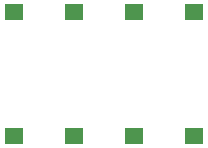
<source format=gbr>
%TF.GenerationSoftware,KiCad,Pcbnew,7.0.2*%
%TF.CreationDate,2024-04-02T19:02:07-04:00*%
%TF.ProjectId,filt2,66696c74-322e-46b6-9963-61645f706362,rev?*%
%TF.SameCoordinates,Original*%
%TF.FileFunction,Paste,Top*%
%TF.FilePolarity,Positive*%
%FSLAX46Y46*%
G04 Gerber Fmt 4.6, Leading zero omitted, Abs format (unit mm)*
G04 Created by KiCad (PCBNEW 7.0.2) date 2024-04-02 19:02:07*
%MOMM*%
%LPD*%
G01*
G04 APERTURE LIST*
%ADD10R,1.524000X1.397000*%
G04 APERTURE END LIST*
D10*
%TO.C,U1*%
X117460000Y-94135500D03*
X117460000Y-83594500D03*
X122540000Y-94135500D03*
X122540000Y-83594500D03*
X127620000Y-94135500D03*
X127620000Y-83594500D03*
X132700000Y-94135500D03*
X132700000Y-83594500D03*
%TD*%
M02*

</source>
